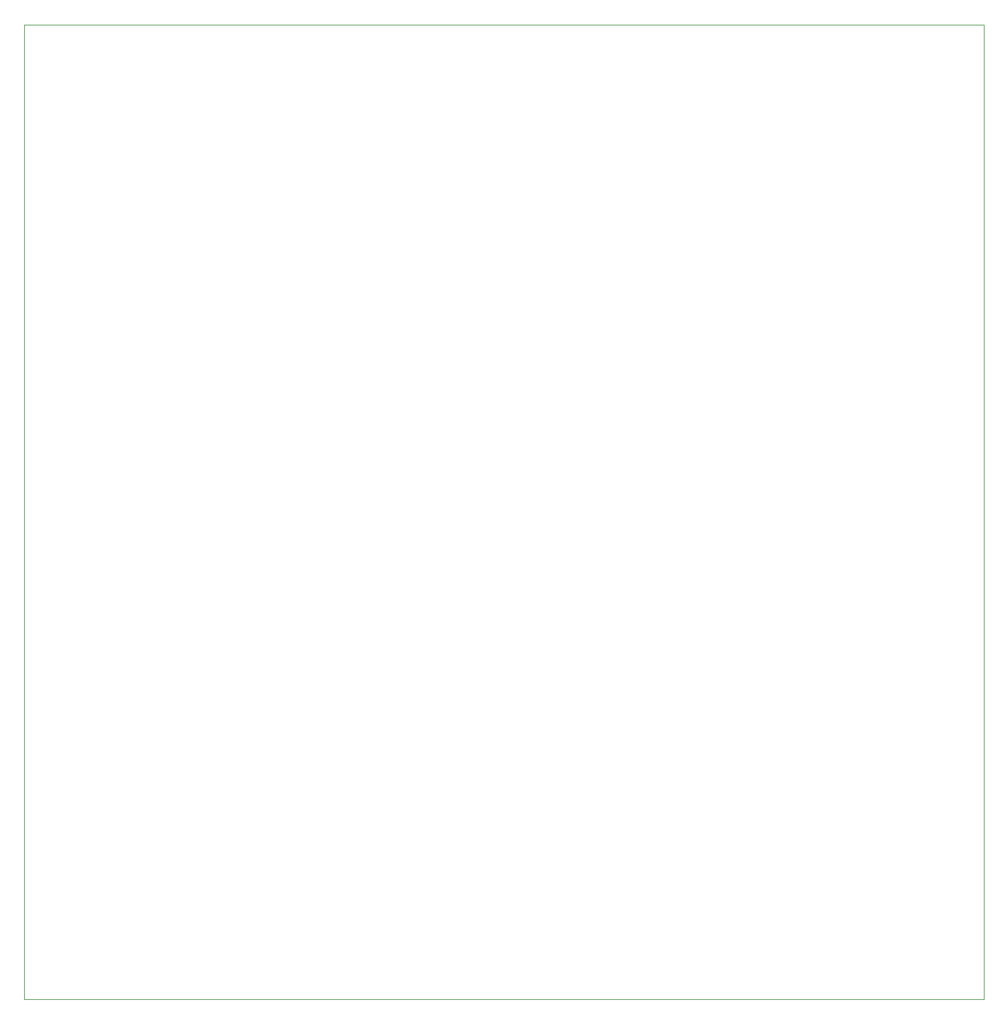
<source format=gbr>
%TF.GenerationSoftware,KiCad,Pcbnew,8.0.2*%
%TF.CreationDate,2024-07-17T11:39:07+05:30*%
%TF.ProjectId,smart lock,736d6172-7420-46c6-9f63-6b2e6b696361,v1*%
%TF.SameCoordinates,Original*%
%TF.FileFunction,Profile,NP*%
%FSLAX46Y46*%
G04 Gerber Fmt 4.6, Leading zero omitted, Abs format (unit mm)*
G04 Created by KiCad (PCBNEW 8.0.2) date 2024-07-17 11:39:07*
%MOMM*%
%LPD*%
G01*
G04 APERTURE LIST*
%TA.AperFunction,Profile*%
%ADD10C,0.050000*%
%TD*%
G04 APERTURE END LIST*
D10*
X55000000Y-28000000D02*
X183000000Y-28000000D01*
X183000000Y-158000000D01*
X55000000Y-158000000D01*
X55000000Y-28000000D01*
M02*

</source>
